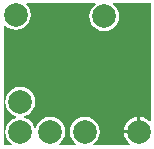
<source format=gbl>
%FSLAX25Y25*%
%MOIN*%
G70*
G01*
G75*
G04 Layer_Physical_Order=2*
G04 Layer_Color=16711680*
%ADD10R,0.04528X0.02362*%
%ADD11R,0.02953X0.06693*%
%ADD12O,0.01772X0.06299*%
%ADD13R,0.03543X0.02756*%
%ADD14R,0.06693X0.02953*%
%ADD15C,0.01400*%
%ADD16C,0.01000*%
%ADD17C,0.07874*%
G36*
X51000Y11175D02*
X50526Y11014D01*
X50521Y11021D01*
X49490Y11812D01*
X48289Y12310D01*
X47500Y12414D01*
Y7500D01*
X47000D01*
Y7000D01*
X42086D01*
X42190Y6211D01*
X42687Y5010D01*
X43479Y3979D01*
X44137Y3474D01*
X43977Y3000D01*
X32023D01*
X31863Y3474D01*
X32521Y3979D01*
X33312Y5010D01*
X33810Y6211D01*
X33980Y7500D01*
X33810Y8789D01*
X33312Y9990D01*
X32521Y11021D01*
X31490Y11812D01*
X30289Y12310D01*
X29000Y12480D01*
X27711Y12310D01*
X26510Y11812D01*
X25479Y11021D01*
X24688Y9990D01*
X24190Y8789D01*
X24020Y7500D01*
X24190Y6211D01*
X24688Y5010D01*
X25479Y3979D01*
X26138Y3474D01*
X25977Y3000D01*
X20523D01*
X20362Y3474D01*
X21021Y3979D01*
X21813Y5010D01*
X22310Y6211D01*
X22480Y7500D01*
X22310Y8789D01*
X21813Y9990D01*
X21021Y11021D01*
X19990Y11812D01*
X18789Y12310D01*
X17500Y12480D01*
X16211Y12310D01*
X15010Y11812D01*
X13979Y11021D01*
X13187Y9990D01*
X12750Y8934D01*
X12250D01*
X11812Y9990D01*
X11021Y11021D01*
X9990Y11812D01*
X8934Y12250D01*
Y12750D01*
X9990Y13187D01*
X11021Y13979D01*
X11812Y15010D01*
X12310Y16211D01*
X12480Y17500D01*
X12310Y18789D01*
X11812Y19990D01*
X11021Y21021D01*
X9990Y21813D01*
X8789Y22310D01*
X7500Y22480D01*
X6211Y22310D01*
X5010Y21813D01*
X3979Y21021D01*
X3187Y19990D01*
X2690Y18789D01*
X2520Y17500D01*
X2690Y16211D01*
X3187Y15010D01*
X3979Y13979D01*
X5010Y13187D01*
X6067Y12750D01*
Y12250D01*
X5010Y11812D01*
X3979Y11021D01*
X3187Y9990D01*
X2690Y8789D01*
X2520Y7500D01*
X2690Y6211D01*
X3187Y5010D01*
X3979Y3979D01*
X4638Y3474D01*
X4477Y3000D01*
X2000D01*
Y42825D01*
X2473Y42986D01*
X2479Y42979D01*
X3510Y42188D01*
X4711Y41690D01*
X6000Y41520D01*
X7289Y41690D01*
X8490Y42188D01*
X9521Y42979D01*
X10312Y44010D01*
X10810Y45211D01*
X10980Y46500D01*
X10810Y47789D01*
X10312Y48990D01*
X9521Y50021D01*
X9514Y50027D01*
X9675Y50500D01*
X32477D01*
X32638Y50027D01*
X31979Y49521D01*
X31187Y48490D01*
X30690Y47289D01*
X30520Y46000D01*
X30690Y44711D01*
X31187Y43510D01*
X31979Y42479D01*
X33010Y41688D01*
X34211Y41190D01*
X35500Y41020D01*
X36789Y41190D01*
X37990Y41688D01*
X39021Y42479D01*
X39812Y43510D01*
X40310Y44711D01*
X40480Y46000D01*
X40310Y47289D01*
X39812Y48490D01*
X39021Y49521D01*
X38363Y50027D01*
X38523Y50500D01*
X51000D01*
Y11175D01*
D02*
G37*
%LPC*%
G36*
X46500Y12414D02*
X45711Y12310D01*
X44510Y11812D01*
X43479Y11021D01*
X42687Y9990D01*
X42190Y8789D01*
X42086Y8000D01*
X46500D01*
Y12414D01*
D02*
G37*
%LPD*%
D17*
X17500Y7500D02*
D03*
X29000D02*
D03*
X6000Y46500D02*
D03*
X47000Y7500D02*
D03*
X35500Y46000D02*
D03*
X7500Y17500D02*
D03*
Y7500D02*
D03*
M02*

</source>
